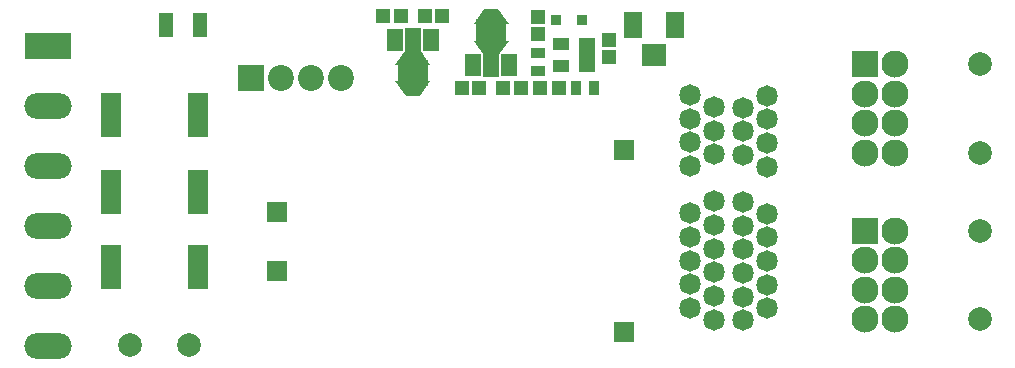
<source format=gts>
%TF.GenerationSoftware,KiCad,Pcbnew,(5.1.5)-3*%
%TF.CreationDate,2020-03-19T09:51:27+11:00*%
%TF.ProjectId,din_power_atm90e26,64696e5f-706f-4776-9572-5f61746d3930,rev?*%
%TF.SameCoordinates,Original*%
%TF.FileFunction,Soldermask,Top*%
%TF.FilePolarity,Negative*%
%FSLAX46Y46*%
G04 Gerber Fmt 4.6, Leading zero omitted, Abs format (unit mm)*
G04 Created by KiCad (PCBNEW (5.1.5)-3) date 2020-03-19 09:51:27*
%MOMM*%
%LPD*%
G04 APERTURE LIST*
%ADD10C,1.822400*%
%ADD11C,2.000000*%
%ADD12C,2.200000*%
%ADD13R,2.200000X2.200000*%
%ADD14R,1.708000X1.708000*%
%ADD15R,1.600000X2.200000*%
%ADD16R,1.000000X1.950000*%
%ADD17R,2.300000X2.300000*%
%ADD18C,2.300000*%
%ADD19O,4.000000X2.200000*%
%ADD20R,4.000000X2.200000*%
%ADD21R,1.460000X1.050000*%
%ADD22C,0.100000*%
%ADD23R,1.400000X1.900000*%
%ADD24R,1.400000X2.200000*%
%ADD25R,2.600000X2.240000*%
%ADD26R,1.300000X2.100000*%
%ADD27R,1.300000X0.900000*%
%ADD28R,0.900000X1.300000*%
%ADD29R,1.150000X1.200000*%
%ADD30R,1.200000X1.150000*%
%ADD31R,0.900000X0.900000*%
%ADD32R,1.200000X1.200000*%
%ADD33R,1.670000X3.702000*%
G04 APERTURE END LIST*
D10*
%TO.C,J4*%
X169378000Y-62367400D03*
X169378000Y-64367400D03*
X169378000Y-66367400D03*
X169378000Y-68367400D03*
X169378000Y-70367400D03*
X169378000Y-72367400D03*
X171378000Y-71367400D03*
X171378000Y-69367400D03*
X171378000Y-67367400D03*
X171378000Y-65367400D03*
X171378000Y-63367400D03*
X166878000Y-72317400D03*
X166878000Y-70317400D03*
X166878000Y-68317400D03*
X166878000Y-66317400D03*
X166878000Y-64317400D03*
X166878000Y-62317400D03*
X164878000Y-63317400D03*
X164878000Y-65317400D03*
X164878000Y-67317400D03*
X164878000Y-69317400D03*
X164878000Y-71317400D03*
X171378000Y-53367400D03*
X171378000Y-55367400D03*
X171378000Y-57367400D03*
X171378000Y-59367400D03*
X169378000Y-58367400D03*
X169378000Y-56367400D03*
X169378000Y-54367400D03*
X164878000Y-59317400D03*
X164878000Y-57317400D03*
X164878000Y-55317400D03*
X164878000Y-53317400D03*
X166878000Y-54317400D03*
X166878000Y-56317400D03*
X166878000Y-58317400D03*
%TD*%
D11*
%TO.C,F1*%
X117450000Y-74500000D03*
X122450000Y-74500000D03*
%TD*%
D12*
%TO.C,U5*%
X135310000Y-51850000D03*
X132770000Y-51850000D03*
X130230000Y-51850000D03*
D13*
X127690000Y-51850000D03*
%TD*%
D14*
%TO.C,U4*%
X159288000Y-73389000D03*
X159288000Y-57989000D03*
X129888000Y-68189000D03*
X129888000Y-63189000D03*
%TD*%
D15*
%TO.C,J2*%
X163625000Y-47412500D03*
X160025000Y-47412500D03*
D16*
X162325000Y-49937500D03*
X161325000Y-49937500D03*
%TD*%
D17*
%TO.C,J5*%
X179705000Y-50698400D03*
D18*
X179705000Y-53198400D03*
X179705000Y-55698400D03*
X179705000Y-58198400D03*
X182205000Y-50698400D03*
X182205000Y-53198400D03*
X182205000Y-55698400D03*
X182205000Y-58198400D03*
D11*
X189385000Y-50698400D03*
X189385000Y-58198400D03*
%TD*%
%TO.C,J3*%
X189385000Y-72295400D03*
X189385000Y-64795400D03*
D18*
X182205000Y-72295400D03*
X182205000Y-69795400D03*
X182205000Y-67295400D03*
X182205000Y-64795400D03*
X179705000Y-72295400D03*
X179705000Y-69795400D03*
X179705000Y-67295400D03*
D17*
X179705000Y-64795400D03*
%TD*%
D19*
%TO.C,J1*%
X110490000Y-74574400D03*
X110490000Y-69494400D03*
X110490000Y-64414400D03*
X110490000Y-59334400D03*
X110490000Y-54254400D03*
D20*
X110490000Y-49174400D03*
%TD*%
D21*
%TO.C,U1*%
X153925000Y-50875000D03*
X153925000Y-48975000D03*
X156125000Y-48975000D03*
X156125000Y-49925000D03*
X156125000Y-50875000D03*
%TD*%
D22*
%TO.C,U2*%
G36*
X146539016Y-47283000D02*
G01*
X147421368Y-46033000D01*
X148628632Y-46033000D01*
X149510984Y-47283000D01*
X146539016Y-47283000D01*
G37*
D23*
X146525000Y-50805000D03*
D24*
X148025000Y-50658500D03*
D23*
X149525000Y-50805000D03*
D25*
X148025000Y-47991500D03*
D22*
G36*
X149509131Y-48701200D02*
G01*
X148529131Y-50101200D01*
X147520869Y-50101200D01*
X146540869Y-48701200D01*
X149509131Y-48701200D01*
G37*
%TD*%
%TO.C,U3*%
G36*
X139915869Y-50723800D02*
G01*
X140895869Y-49323800D01*
X141904131Y-49323800D01*
X142884131Y-50723800D01*
X139915869Y-50723800D01*
G37*
D25*
X141400000Y-51433500D03*
D23*
X139900000Y-48620000D03*
D24*
X141400000Y-48766500D03*
D23*
X142900000Y-48620000D03*
D22*
G36*
X142885984Y-52142000D02*
G01*
X142003632Y-53392000D01*
X140796368Y-53392000D01*
X139914016Y-52142000D01*
X142885984Y-52142000D01*
G37*
%TD*%
D26*
%TO.C,L1*%
X120498000Y-47367400D03*
X123398000Y-47367400D03*
%TD*%
D27*
%TO.C,R32*%
X152025000Y-49775000D03*
X152025000Y-51275000D03*
%TD*%
D28*
%TO.C,R33*%
X156750000Y-52675000D03*
X155250000Y-52675000D03*
%TD*%
D29*
%TO.C,C4*%
X152025000Y-48175000D03*
X152025000Y-46675000D03*
%TD*%
D30*
%TO.C,C5*%
X140400000Y-46600000D03*
X138900000Y-46600000D03*
%TD*%
%TO.C,C6*%
X149025000Y-52675000D03*
X150525000Y-52675000D03*
%TD*%
%TO.C,C7*%
X145525000Y-52675000D03*
X147025000Y-52675000D03*
%TD*%
%TO.C,C8*%
X143900000Y-46600000D03*
X142400000Y-46600000D03*
%TD*%
D29*
%TO.C,C9*%
X157975000Y-48625000D03*
X157975000Y-50125000D03*
%TD*%
D31*
%TO.C,D1*%
X155725000Y-46925000D03*
X153525000Y-46925000D03*
%TD*%
D32*
%TO.C,D2*%
X153800000Y-52675000D03*
X152200000Y-52675000D03*
%TD*%
D33*
%TO.C,RV1*%
X115867000Y-55021000D03*
X123233000Y-55021000D03*
%TD*%
%TO.C,RV2*%
X123233000Y-61498000D03*
X115867000Y-61498000D03*
%TD*%
%TO.C,RV3*%
X115867000Y-67900000D03*
X123233000Y-67900000D03*
%TD*%
M02*

</source>
